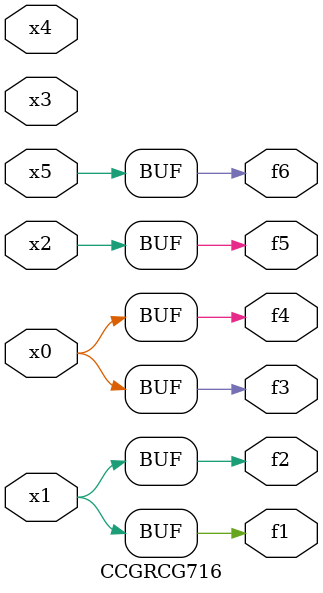
<source format=v>
module CCGRCG716(
	input x0, x1, x2, x3, x4, x5,
	output f1, f2, f3, f4, f5, f6
);
	assign f1 = x1;
	assign f2 = x1;
	assign f3 = x0;
	assign f4 = x0;
	assign f5 = x2;
	assign f6 = x5;
endmodule

</source>
